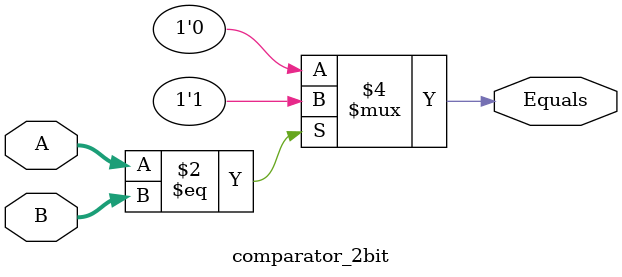
<source format=v>
module comparator_2bit(
    input[1:0] A, B,
    output reg Equals
);

always @(A or B)
begin: COMPARE
    if (A==B)
        Equals = 1;
    else
        Equals = 0;
    end
endmodule

</source>
